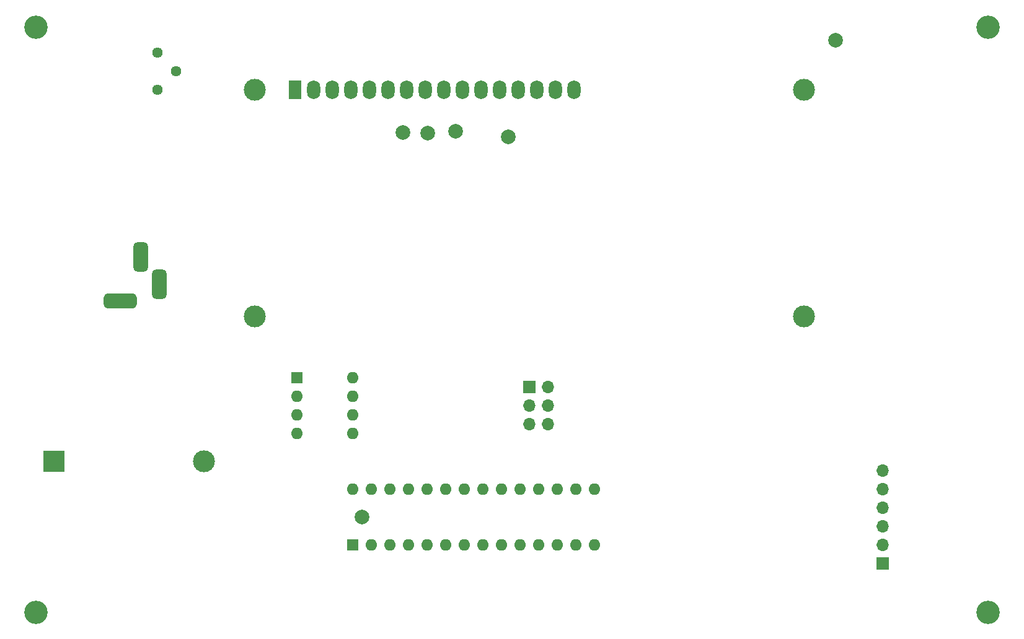
<source format=gbr>
%TF.GenerationSoftware,KiCad,Pcbnew,(6.0.5)*%
%TF.CreationDate,2022-07-21T20:49:42-04:00*%
%TF.ProjectId,Kyamaries-HPS-Clock,4b79616d-6172-4696-9573-2d4850532d43,rev?*%
%TF.SameCoordinates,PX4cdb1d4PY8a63396*%
%TF.FileFunction,Soldermask,Bot*%
%TF.FilePolarity,Negative*%
%FSLAX46Y46*%
G04 Gerber Fmt 4.6, Leading zero omitted, Abs format (unit mm)*
G04 Created by KiCad (PCBNEW (6.0.5)) date 2022-07-21 20:49:42*
%MOMM*%
%LPD*%
G01*
G04 APERTURE LIST*
G04 Aperture macros list*
%AMRoundRect*
0 Rectangle with rounded corners*
0 $1 Rounding radius*
0 $2 $3 $4 $5 $6 $7 $8 $9 X,Y pos of 4 corners*
0 Add a 4 corners polygon primitive as box body*
4,1,4,$2,$3,$4,$5,$6,$7,$8,$9,$2,$3,0*
0 Add four circle primitives for the rounded corners*
1,1,$1+$1,$2,$3*
1,1,$1+$1,$4,$5*
1,1,$1+$1,$6,$7*
1,1,$1+$1,$8,$9*
0 Add four rect primitives between the rounded corners*
20,1,$1+$1,$2,$3,$4,$5,0*
20,1,$1+$1,$4,$5,$6,$7,0*
20,1,$1+$1,$6,$7,$8,$9,0*
20,1,$1+$1,$8,$9,$2,$3,0*%
G04 Aperture macros list end*
%ADD10C,3.200000*%
%ADD11C,1.440000*%
%ADD12C,2.000000*%
%ADD13C,3.000000*%
%ADD14R,1.800000X2.600000*%
%ADD15O,1.800000X2.600000*%
%ADD16R,1.700000X1.700000*%
%ADD17O,1.700000X1.700000*%
%ADD18RoundRect,0.500000X1.750000X0.500000X-1.750000X0.500000X-1.750000X-0.500000X1.750000X-0.500000X0*%
%ADD19RoundRect,0.500000X0.500000X-1.500000X0.500000X1.500000X-0.500000X1.500000X-0.500000X-1.500000X0*%
%ADD20R,1.600000X1.600000*%
%ADD21O,1.600000X1.600000*%
%ADD22R,3.000000X3.000000*%
G04 APERTURE END LIST*
D10*
%TO.C,H4*%
X134410732Y5109910D03*
%TD*%
D11*
%TO.C,RV1*%
X21010732Y76529910D03*
X23550732Y79069910D03*
X21010732Y81609910D03*
%TD*%
D12*
%TO.C,TP2*%
X113578740Y83329643D03*
%TD*%
D13*
%TO.C,DS1*%
X34311632Y76529910D03*
X109310212Y45529210D03*
X34311632Y45529210D03*
X109310732Y76529910D03*
D14*
X39810732Y76529910D03*
D15*
X42350732Y76529910D03*
X44890732Y76529910D03*
X47430732Y76529910D03*
X49970732Y76529910D03*
X52510732Y76529910D03*
X55050732Y76529910D03*
X57590732Y76529910D03*
X60130732Y76529910D03*
X62670732Y76529910D03*
X65210732Y76529910D03*
X67750732Y76529910D03*
X70290732Y76529910D03*
X72830732Y76529910D03*
X75370732Y76529910D03*
X77910732Y76529910D03*
%TD*%
D16*
%TO.C,J1*%
X120070732Y11759910D03*
D17*
X120070732Y14299910D03*
X120070732Y16839910D03*
X120070732Y19379910D03*
X120070732Y21919910D03*
X120070732Y24459910D03*
%TD*%
D16*
%TO.C,J3*%
X71810732Y35889910D03*
D17*
X74350732Y35889910D03*
X71810732Y33349910D03*
X74350732Y33349910D03*
X71810732Y30809910D03*
X74350732Y30809910D03*
%TD*%
D10*
%TO.C,H2*%
X134410732Y85109910D03*
%TD*%
D18*
%TO.C,J2*%
X15930732Y47629910D03*
D19*
X21230732Y49929910D03*
X18730732Y53629910D03*
%TD*%
D10*
%TO.C,H3*%
X4410732Y5109910D03*
%TD*%
D20*
%TO.C,U3*%
X40033426Y37166191D03*
D21*
X40033426Y34626191D03*
X40033426Y32086191D03*
X40033426Y29546191D03*
X47653426Y29546191D03*
X47653426Y32086191D03*
X47653426Y34626191D03*
X47653426Y37166191D03*
%TD*%
D10*
%TO.C,H1*%
X4410732Y85109910D03*
%TD*%
D20*
%TO.C,U1*%
X47690732Y14309910D03*
D21*
X50230732Y14309910D03*
X52770732Y14309910D03*
X55310732Y14309910D03*
X57850732Y14309910D03*
X60390732Y14309910D03*
X62930732Y14309910D03*
X65470732Y14309910D03*
X68010732Y14309910D03*
X70550732Y14309910D03*
X73090732Y14309910D03*
X75630732Y14309910D03*
X78170732Y14309910D03*
X80710732Y14309910D03*
X80710732Y21929910D03*
X78170732Y21929910D03*
X75630732Y21929910D03*
X73090732Y21929910D03*
X70550732Y21929910D03*
X68010732Y21929910D03*
X65470732Y21929910D03*
X62930732Y21929910D03*
X60390732Y21929910D03*
X57850732Y21929910D03*
X55310732Y21929910D03*
X52770732Y21929910D03*
X50230732Y21929910D03*
X47690732Y21929910D03*
%TD*%
D12*
%TO.C,TP1*%
X48950732Y18109910D03*
%TD*%
%TO.C,TP3*%
X54507499Y70693392D03*
%TD*%
%TO.C,TP4*%
X57885331Y70624617D03*
%TD*%
%TO.C,TP6*%
X68910377Y70082663D03*
%TD*%
%TO.C,TP5*%
X61735622Y70830941D03*
%TD*%
D22*
%TO.C,BT1*%
X6857046Y25729926D03*
D13*
X27347046Y25729926D03*
%TD*%
M02*

</source>
